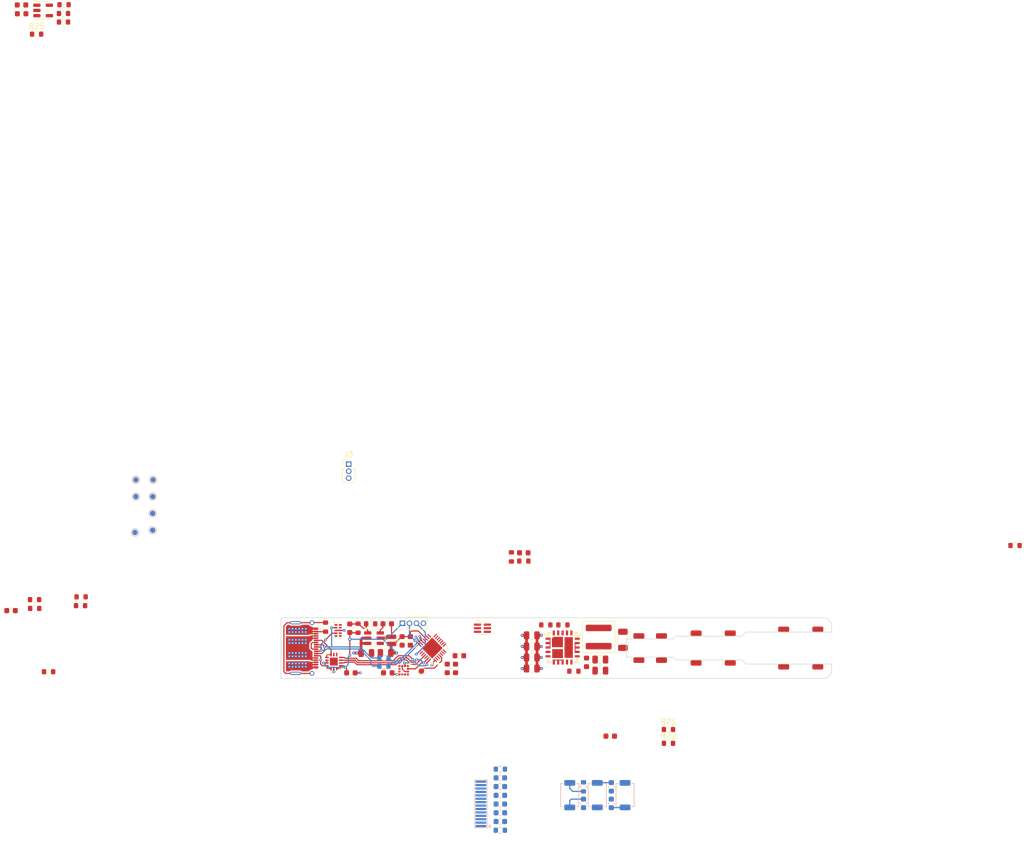
<source format=kicad_pcb>
(kicad_pcb
	(version 20241229)
	(generator "pcbnew")
	(generator_version "9.0")
	(general
		(thickness 1.6)
		(legacy_teardrops no)
	)
	(paper "A4")
	(layers
		(0 "F.Cu" signal)
		(4 "In1.Cu" signal)
		(6 "In2.Cu" signal)
		(2 "B.Cu" signal)
		(9 "F.Adhes" user "F.Adhesive")
		(11 "B.Adhes" user "B.Adhesive")
		(13 "F.Paste" user)
		(15 "B.Paste" user)
		(5 "F.SilkS" user "F.Silkscreen")
		(7 "B.SilkS" user "B.Silkscreen")
		(1 "F.Mask" user)
		(3 "B.Mask" user)
		(17 "Dwgs.User" user "User.Drawings")
		(19 "Cmts.User" user "User.Comments")
		(21 "Eco1.User" user "User.Eco1")
		(23 "Eco2.User" user "User.Eco2")
		(25 "Edge.Cuts" user)
		(27 "Margin" user)
		(31 "F.CrtYd" user "F.Courtyard")
		(29 "B.CrtYd" user "B.Courtyard")
		(35 "F.Fab" user)
		(33 "B.Fab" user)
		(39 "User.1" user)
		(41 "User.2" user)
		(43 "User.3" user)
		(45 "User.4" user)
	)
	(setup
		(stackup
			(layer "F.SilkS"
				(type "Top Silk Screen")
				(color "Black")
			)
			(layer "F.Paste"
				(type "Top Solder Paste")
			)
			(layer "F.Mask"
				(type "Top Solder Mask")
				(color "White")
				(thickness 0.01)
			)
			(layer "F.Cu"
				(type "copper")
				(thickness 0.035)
			)
			(layer "dielectric 1"
				(type "prepreg")
				(thickness 0.1)
				(material "FR4")
				(epsilon_r 4.5)
				(loss_tangent 0.02)
			)
			(layer "In1.Cu"
				(type "copper")
				(thickness 0.035)
			)
			(layer "dielectric 2"
				(type "core")
				(thickness 1.24)
				(material "FR4")
				(epsilon_r 4.5)
				(loss_tangent 0.02)
			)
			(layer "In2.Cu"
				(type "copper")
				(thickness 0.035)
			)
			(layer "dielectric 3"
				(type "prepreg")
				(thickness 0.1)
				(material "FR4")
				(epsilon_r 4.5)
				(loss_tangent 0.02)
			)
			(layer "B.Cu"
				(type "copper")
				(thickness 0.035)
			)
			(layer "B.Mask"
				(type "Bottom Solder Mask")
				(thickness 0.01)
			)
			(layer "B.Paste"
				(type "Bottom Solder Paste")
			)
			(layer "B.SilkS"
				(type "Bottom Silk Screen")
			)
			(copper_finish "None")
			(dielectric_constraints no)
		)
		(pad_to_mask_clearance 0)
		(allow_soldermask_bridges_in_footprints no)
		(tenting front back)
		(grid_origin 100.5 158.2)
		(pcbplotparams
			(layerselection 0x00000000_00000000_55555555_5755f5ff)
			(plot_on_all_layers_selection 0x00000000_00000000_00000000_00000000)
			(disableapertmacros no)
			(usegerberextensions no)
			(usegerberattributes yes)
			(usegerberadvancedattributes yes)
			(creategerberjobfile yes)
			(dashed_line_dash_ratio 12.000000)
			(dashed_line_gap_ratio 3.000000)
			(svgprecision 4)
			(plotframeref no)
			(mode 1)
			(useauxorigin no)
			(hpglpennumber 1)
			(hpglpenspeed 20)
			(hpglpendiameter 15.000000)
			(pdf_front_fp_property_popups yes)
			(pdf_back_fp_property_popups yes)
			(pdf_metadata yes)
			(pdf_single_document no)
			(dxfpolygonmode yes)
			(dxfimperialunits yes)
			(dxfusepcbnewfont yes)
			(psnegative no)
			(psa4output no)
			(plot_black_and_white yes)
			(sketchpadsonfab no)
			(plotpadnumbers no)
			(hidednponfab no)
			(sketchdnponfab yes)
			(crossoutdnponfab yes)
			(subtractmaskfromsilk no)
			(outputformat 1)
			(mirror no)
			(drillshape 1)
			(scaleselection 1)
			(outputdirectory "")
		)
	)
	(net 0 "")
	(net 1 "+3.3V")
	(net 2 "GND")
	(net 3 "VBUS")
	(net 4 "Net-(U4-SW)")
	(net 5 "Net-(U4-BST)")
	(net 6 "Net-(U4-FB)")
	(net 7 "/NRST")
	(net 8 "/BTN1")
	(net 9 "/BTN2")
	(net 10 "/TC_FB")
	(net 11 "Net-(U6-IN+)")
	(net 12 "/BOOTSEL")
	(net 13 "Net-(C27-Pad2)")
	(net 14 "Net-(C29-Pad2)")
	(net 15 "/SCL")
	(net 16 "/DISP_NRST")
	(net 17 "/SDA")
	(net 18 "Net-(R7-Pad2)")
	(net 19 "/TIP_H")
	(net 20 "/SWDIO")
	(net 21 "/D-")
	(net 22 "/D+")
	(net 23 "/HEATER_ON")
	(net 24 "/CURR_FB")
	(net 25 "/VBUS_FB")
	(net 26 "/TIP_K")
	(net 27 "/NTC")
	(net 28 "/PA15")
	(net 29 "/PD0")
	(net 30 "/PD1")
	(net 31 "/CC2")
	(net 32 "/CC1")
	(net 33 "/LED_RING")
	(net 34 "/ACC_INT1")
	(net 35 "/SWCLK")
	(net 36 "/INT_N")
	(net 37 "/ACC_INT2")
	(net 38 "/PB3")
	(net 39 "Net-(J4-Pin_13)")
	(net 40 "Net-(J4-Pin_2)")
	(net 41 "Net-(J4-Pin_1)")
	(net 42 "Net-(J4-Pin_4)")
	(net 43 "Net-(J4-Pin_3)")
	(net 44 "Net-(J4-Pin_14)")
	(net 45 "Net-(U7--)")
	(net 46 "Net-(J1-SHIELD)")
	(net 47 "unconnected-(J4-Pin_6-Pad6)")
	(net 48 "Net-(J4-Pin_12)")
	(net 49 "Net-(C29-Pad1)")
	(net 50 "/VOUT_FB")
	(net 51 "/PA5")
	(net 52 "Net-(U7-+)")
	(net 53 "unconnected-(U5-~{CS}-Pad10)")
	(net 54 "/JDP")
	(net 55 "/JDN")
	(net 56 "unconnected-(U3-NC-Pad6)")
	(net 57 "unconnected-(U3-NC-Pad10)")
	(net 58 "unconnected-(U3-NC-Pad7)")
	(net 59 "unconnected-(U3-NC-Pad9)")
	(net 60 "Net-(J4-Pin_9)")
	(net 61 "Net-(U1-VDDA)")
	(net 62 "Net-(U8-FS)")
	(net 63 "Net-(U8-BST)")
	(net 64 "Net-(U8-FB)")
	(footprint "Capacitor_SMD:C_0603_1608Metric" (layer "F.Cu") (at 144.6 135.4))
	(footprint "Connector_Wire:SolderWirePad_1x01_SMD_1x2mm" (layer "F.Cu") (at 169.6 150.5 90))
	(footprint "Capacitor_SMD:C_0603_1608Metric" (layer "F.Cu") (at 122.5 151.4 -90))
	(footprint "Resistor_SMD:R_0603_1608Metric" (layer "F.Cu") (at 142.35 136.15 -90))
	(footprint "Package_SON:USON-10_2.5x1.0mm_P0.5mm" (layer "F.Cu") (at 110.885 149.5))
	(footprint "Connector_Wire:SolderWirePad_1x01_SMD_1x2mm" (layer "F.Cu") (at 182.1 155.4 90))
	(footprint "Resistor_SMD:R_0603_1608Metric" (layer "F.Cu") (at 61 39))
	(footprint "Capacitor_SMD:C_0805_2012Metric" (layer "F.Cu") (at 158.5 154.79 180))
	(footprint "Resistor_SMD:R_0603_1608Metric" (layer "F.Cu") (at 64.1 145))
	(footprint "Capacitor_SMD:C_0805_2012Metric" (layer "F.Cu") (at 146.05 150.385 180))
	(footprint "Capacitor_SMD:C_0805_2012Metric" (layer "F.Cu") (at 158.5 156.8 180))
	(footprint "Inductor_SMD:L_Coilcraft_XAL5030-XXX" (layer "F.Cu") (at 158.2 150.7 90))
	(footprint "Connector_Wire:SolderWirePad_1x01_SMD_1x2mm" (layer "F.Cu") (at 198 156.1 90))
	(footprint "Package_TO_SOT_SMD:SOT-363_SC-70-6" (layer "F.Cu") (at 137.0875 149.1))
	(footprint "Inductor_SMD:L_Changjiang_FTC201607S" (layer "F.Cu") (at 120.6 151.3 -90))
	(footprint "Resistor_SMD:R_0603_1608Metric" (layer "F.Cu") (at 55.775 145.5))
	(footprint "Connector_Wire:SolderWirePad_1x01_SMD_1x2mm" (layer "F.Cu") (at 175.9 150 90))
	(footprint "Resistor_SMD:R_0603_1608Metric" (layer "F.Cu") (at 61 37.45))
	(footprint "Package_TO_SOT_SMD:SOT-23-5" (layer "F.Cu") (at 57.3 36.9))
	(footprint "Resistor_SMD:R_0603_1608Metric" (layer "F.Cu") (at 233.82 134.075))
	(footprint "Capacitor_SMD:C_0805_2012Metric" (layer "F.Cu") (at 146.05 152.415 180))
	(footprint "Connector_Wire:SolderWirePad_1x01_SMD_1x2mm" (layer "F.Cu") (at 191.8 156.1 90))
	(footprint "Capacitor_SMD:C_0603_1608Metric" (layer "F.Cu") (at 132.2 156.4 -90))
	(footprint "Connector_Wire:SolderWirePad_1x01_SMD_1x2mm" (layer "F.Cu") (at 169.6 154.9 90))
	(footprint "Resistor_SMD:R_0603_1608Metric" (layer "F.Cu") (at 170.875 170))
	(footprint "Connector_USB:USB_C_Receptacle_G-Switch_GT-USB-7025" (layer "F.Cu") (at 103.439427 152.7 -90))
	(footprint "Connector_Wire:SolderWirePad_1x01_SMD_1x2mm" (layer "F.Cu") (at 165.5 150.5 90))
	(footprint "Resistor_SMD:R_0603_1608Metric" (layer "F.Cu") (at 170.875 167.49))
	(footprint "Resistor_SMD:R_0603_1608Metric" (layer "F.Cu") (at 114.5 149.1 90))
	(footprint "Connector_Wire:SolderWirePad_1x01_SMD_1x2mm" (layer "F.Cu") (at 165.5 154.9 90))
	(footprint "Custom:QFN-20_L5.0-W5.0-P0.80-TL-NDP1460QB" (layer "F.Cu") (at 151.65 152.6))
	(footprint "Capacitor_SMD:C_0805_2012Metric" (layer "F.Cu") (at 146.05 156.415 180))
	(footprint "Capacitor_SMD:C_0603_1608Metric" (layer "F.Cu") (at 130.7 156.4 -90))
	(footprint "Capacitor_SMD:C_0603_1608Metric" (layer "F.Cu") (at 156 155.3 90))
	(footprint "Resistor_SMD:R_1206_3216Metric" (layer "F.Cu") (at 162.6 151.2 90))
	(footprint "Connector_PinHeader_1.27mm:PinHeader_1x03_P1.27mm_Vertical" (layer "F.Cu") (at 112.8 119.3))
	(footprint "Capacitor_SMD:C_0805_2012Metric" (layer "F.Cu") (at 146.05 154.415 180))
	(footprint "Resistor_SMD:R_0603_1608Metric" (layer "F.Cu") (at 144.6 136.9))
	(footprint "Capacitor_SMD:C_0805_2012Metric" (layer "F.Cu") (at 119.5 153.6 180))
	(footprint "TestPoint:TestPoint_Pad_D1.0mm" (layer "F.Cu") (at 126 156.9))
	(footprint "Capacitor_SMD:C_0603_1608Metric" (layer "F.Cu") (at 113 149.1 90))
	(footprint "Package_TO_SOT_SMD:TSOT-23-6" (layer "F.Cu") (at 117.4 150.9))
	(footprint "Package_LGA:LGA-12_2x2mm_P0.5mm" (layer "F.Cu") (at 122.7775 156.7225 -90))
	(footprint "Package_DFN_QFN:WQFN-28-1EP_4x4mm_P0.4mm_EP2.7x2.7mm" (layer "F.Cu") (at 127.960831 152.7 135))
	(footprint "Resistor_SMD:R_0603_1608Metric" (layer "F.Cu") (at 64.2 143.4))
	(footprint "Connector_Wire:SolderWirePad_1x01_SMD_1x2mm"
		(layer "F.Cu")
		(uuid "93fb7f29-e94b-4a8f-8fae-451df545afae")
		(at 198 149.3 90)
		(descr "Wire Pad, Square, SMD Pad,  1mm x 2mm")
		(tags "MeasurementPoint Square SMDPad 1mmx2mm ")
		(property "Reference" "J7"
			(at 0 -2 90)
			(layer "F.SilkS")
			(hide yes)
			(uuid "04ebfc24-bf14-4bc5-98e5-9ce3e0149fa1")
			(effects
				(font
					(size 1 1)
					(thickness 0.15)
				)
			)
		)
		(property "Value" "TIP_L"
			(at 0 2.54 90)
			(layer "F.Fab")
			(uuid "0b3c1db9-bc18-46cc-b500-947f18e0532d")
			(effects
				(font
					(size 1 1)
					(thickness 0.15)
				)
			)
		)
		(property "Datasheet" "~"
			(at 0 0 90)
			(unlocked yes)
			(layer "F.Fab")
			(hide yes)
			(uuid "12ccd121-ce79-4bd6-acec-aff1ea0985d1")
			(effects
				(font
					(size 1.27 1.27)
					(thickness 0.15)
				)
			)
		)
		(property "Description" "Generic connector, single row, 01x01, script generated (kicad-library-utils/schlib/autogen/connector/)"
			(at 0 0 90)
			(unlocked yes)
			(layer "F.Fab")
			(hide yes)
			(uuid "899e0adf-4eda-4596-9358-f97689348c6d")
			(effects
				(font
					(size 1.27 1.27)
					(thickness 0.15)
				)
			)
		)
		(property ki_fp_filters "Connector*:*_1x??_*")
		(path "/b69d3025-bf14-4417-b0b8-abb696e5b553")
		(sheetname "/")
		(sheetfile "usbc_soldering_iron.kicad_sch")
		(attr exclude_from_pos_files)
		(fp_rect
			(start -0.75 -1.25)
			(end 0.75 1.25)
			(stroke
				(width 0.05)
				(type solid)
			)
			(fill no)
			(layer "F.CrtYd")
			(uuid "0e9559d9-5452-4f93-a1ab-257791b2a608")
		)
		(fp_rect
			(start -0.65 -1.15)
			(end 0.65 1.15)
			(stroke
				(width 0.1)
				(type solid)
			)
			(fill no)
			(layer "F.Fab")
			(uuid "04f39571-818d-48b7-827b-4125c9ffded0")
		)
		(fp_text user "${REFERENCE}"
			(at 0 0 90)
			(layer "F.Fab")
			(uuid "0345a495-83f3-4599-a5a3-7289ac0eefd3")
			(effects
				(font
					(size 1 1)
	
... [313161 chars truncated]
</source>
